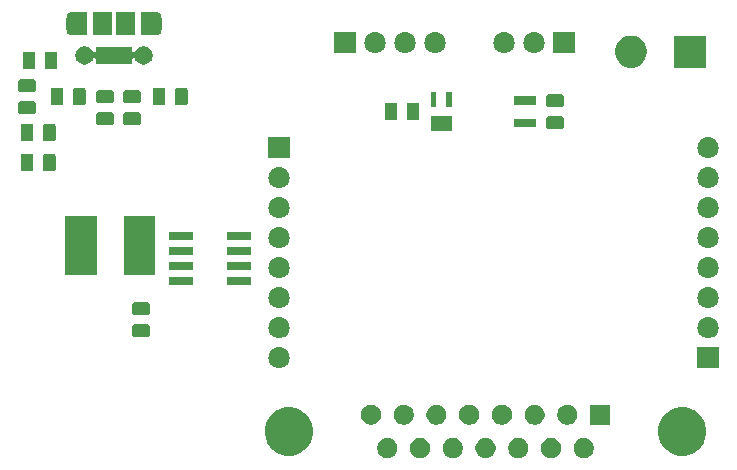
<source format=gbr>
G04 #@! TF.GenerationSoftware,KiCad,Pcbnew,(5.1.4)-1*
G04 #@! TF.CreationDate,2019-10-18T17:06:04-04:00*
G04 #@! TF.ProjectId,mtd415te,6d746434-3135-4746-952e-6b696361645f,rev?*
G04 #@! TF.SameCoordinates,Original*
G04 #@! TF.FileFunction,Soldermask,Top*
G04 #@! TF.FilePolarity,Negative*
%FSLAX46Y46*%
G04 Gerber Fmt 4.6, Leading zero omitted, Abs format (unit mm)*
G04 Created by KiCad (PCBNEW (5.1.4)-1) date 2019-10-18 17:06:04*
%MOMM*%
%LPD*%
G04 APERTURE LIST*
%ADD10C,0.100000*%
G04 APERTURE END LIST*
D10*
G36*
X147961228Y-79491703D02*
G01*
X148116100Y-79555853D01*
X148255481Y-79648985D01*
X148374015Y-79767519D01*
X148467147Y-79906900D01*
X148531297Y-80061772D01*
X148564000Y-80226184D01*
X148564000Y-80393816D01*
X148531297Y-80558228D01*
X148467147Y-80713100D01*
X148374015Y-80852481D01*
X148255481Y-80971015D01*
X148116100Y-81064147D01*
X147961228Y-81128297D01*
X147796816Y-81161000D01*
X147629184Y-81161000D01*
X147464772Y-81128297D01*
X147309900Y-81064147D01*
X147170519Y-80971015D01*
X147051985Y-80852481D01*
X146958853Y-80713100D01*
X146894703Y-80558228D01*
X146862000Y-80393816D01*
X146862000Y-80226184D01*
X146894703Y-80061772D01*
X146958853Y-79906900D01*
X147051985Y-79767519D01*
X147170519Y-79648985D01*
X147309900Y-79555853D01*
X147464772Y-79491703D01*
X147629184Y-79459000D01*
X147796816Y-79459000D01*
X147961228Y-79491703D01*
X147961228Y-79491703D01*
G37*
G36*
X145191228Y-79491703D02*
G01*
X145346100Y-79555853D01*
X145485481Y-79648985D01*
X145604015Y-79767519D01*
X145697147Y-79906900D01*
X145761297Y-80061772D01*
X145794000Y-80226184D01*
X145794000Y-80393816D01*
X145761297Y-80558228D01*
X145697147Y-80713100D01*
X145604015Y-80852481D01*
X145485481Y-80971015D01*
X145346100Y-81064147D01*
X145191228Y-81128297D01*
X145026816Y-81161000D01*
X144859184Y-81161000D01*
X144694772Y-81128297D01*
X144539900Y-81064147D01*
X144400519Y-80971015D01*
X144281985Y-80852481D01*
X144188853Y-80713100D01*
X144124703Y-80558228D01*
X144092000Y-80393816D01*
X144092000Y-80226184D01*
X144124703Y-80061772D01*
X144188853Y-79906900D01*
X144281985Y-79767519D01*
X144400519Y-79648985D01*
X144539900Y-79555853D01*
X144694772Y-79491703D01*
X144859184Y-79459000D01*
X145026816Y-79459000D01*
X145191228Y-79491703D01*
X145191228Y-79491703D01*
G37*
G36*
X131341228Y-79491703D02*
G01*
X131496100Y-79555853D01*
X131635481Y-79648985D01*
X131754015Y-79767519D01*
X131847147Y-79906900D01*
X131911297Y-80061772D01*
X131944000Y-80226184D01*
X131944000Y-80393816D01*
X131911297Y-80558228D01*
X131847147Y-80713100D01*
X131754015Y-80852481D01*
X131635481Y-80971015D01*
X131496100Y-81064147D01*
X131341228Y-81128297D01*
X131176816Y-81161000D01*
X131009184Y-81161000D01*
X130844772Y-81128297D01*
X130689900Y-81064147D01*
X130550519Y-80971015D01*
X130431985Y-80852481D01*
X130338853Y-80713100D01*
X130274703Y-80558228D01*
X130242000Y-80393816D01*
X130242000Y-80226184D01*
X130274703Y-80061772D01*
X130338853Y-79906900D01*
X130431985Y-79767519D01*
X130550519Y-79648985D01*
X130689900Y-79555853D01*
X130844772Y-79491703D01*
X131009184Y-79459000D01*
X131176816Y-79459000D01*
X131341228Y-79491703D01*
X131341228Y-79491703D01*
G37*
G36*
X134111228Y-79491703D02*
G01*
X134266100Y-79555853D01*
X134405481Y-79648985D01*
X134524015Y-79767519D01*
X134617147Y-79906900D01*
X134681297Y-80061772D01*
X134714000Y-80226184D01*
X134714000Y-80393816D01*
X134681297Y-80558228D01*
X134617147Y-80713100D01*
X134524015Y-80852481D01*
X134405481Y-80971015D01*
X134266100Y-81064147D01*
X134111228Y-81128297D01*
X133946816Y-81161000D01*
X133779184Y-81161000D01*
X133614772Y-81128297D01*
X133459900Y-81064147D01*
X133320519Y-80971015D01*
X133201985Y-80852481D01*
X133108853Y-80713100D01*
X133044703Y-80558228D01*
X133012000Y-80393816D01*
X133012000Y-80226184D01*
X133044703Y-80061772D01*
X133108853Y-79906900D01*
X133201985Y-79767519D01*
X133320519Y-79648985D01*
X133459900Y-79555853D01*
X133614772Y-79491703D01*
X133779184Y-79459000D01*
X133946816Y-79459000D01*
X134111228Y-79491703D01*
X134111228Y-79491703D01*
G37*
G36*
X139651228Y-79491703D02*
G01*
X139806100Y-79555853D01*
X139945481Y-79648985D01*
X140064015Y-79767519D01*
X140157147Y-79906900D01*
X140221297Y-80061772D01*
X140254000Y-80226184D01*
X140254000Y-80393816D01*
X140221297Y-80558228D01*
X140157147Y-80713100D01*
X140064015Y-80852481D01*
X139945481Y-80971015D01*
X139806100Y-81064147D01*
X139651228Y-81128297D01*
X139486816Y-81161000D01*
X139319184Y-81161000D01*
X139154772Y-81128297D01*
X138999900Y-81064147D01*
X138860519Y-80971015D01*
X138741985Y-80852481D01*
X138648853Y-80713100D01*
X138584703Y-80558228D01*
X138552000Y-80393816D01*
X138552000Y-80226184D01*
X138584703Y-80061772D01*
X138648853Y-79906900D01*
X138741985Y-79767519D01*
X138860519Y-79648985D01*
X138999900Y-79555853D01*
X139154772Y-79491703D01*
X139319184Y-79459000D01*
X139486816Y-79459000D01*
X139651228Y-79491703D01*
X139651228Y-79491703D01*
G37*
G36*
X136881228Y-79491703D02*
G01*
X137036100Y-79555853D01*
X137175481Y-79648985D01*
X137294015Y-79767519D01*
X137387147Y-79906900D01*
X137451297Y-80061772D01*
X137484000Y-80226184D01*
X137484000Y-80393816D01*
X137451297Y-80558228D01*
X137387147Y-80713100D01*
X137294015Y-80852481D01*
X137175481Y-80971015D01*
X137036100Y-81064147D01*
X136881228Y-81128297D01*
X136716816Y-81161000D01*
X136549184Y-81161000D01*
X136384772Y-81128297D01*
X136229900Y-81064147D01*
X136090519Y-80971015D01*
X135971985Y-80852481D01*
X135878853Y-80713100D01*
X135814703Y-80558228D01*
X135782000Y-80393816D01*
X135782000Y-80226184D01*
X135814703Y-80061772D01*
X135878853Y-79906900D01*
X135971985Y-79767519D01*
X136090519Y-79648985D01*
X136229900Y-79555853D01*
X136384772Y-79491703D01*
X136549184Y-79459000D01*
X136716816Y-79459000D01*
X136881228Y-79491703D01*
X136881228Y-79491703D01*
G37*
G36*
X142421228Y-79491703D02*
G01*
X142576100Y-79555853D01*
X142715481Y-79648985D01*
X142834015Y-79767519D01*
X142927147Y-79906900D01*
X142991297Y-80061772D01*
X143024000Y-80226184D01*
X143024000Y-80393816D01*
X142991297Y-80558228D01*
X142927147Y-80713100D01*
X142834015Y-80852481D01*
X142715481Y-80971015D01*
X142576100Y-81064147D01*
X142421228Y-81128297D01*
X142256816Y-81161000D01*
X142089184Y-81161000D01*
X141924772Y-81128297D01*
X141769900Y-81064147D01*
X141630519Y-80971015D01*
X141511985Y-80852481D01*
X141418853Y-80713100D01*
X141354703Y-80558228D01*
X141322000Y-80393816D01*
X141322000Y-80226184D01*
X141354703Y-80061772D01*
X141418853Y-79906900D01*
X141511985Y-79767519D01*
X141630519Y-79648985D01*
X141769900Y-79555853D01*
X141924772Y-79491703D01*
X142089184Y-79459000D01*
X142256816Y-79459000D01*
X142421228Y-79491703D01*
X142421228Y-79491703D01*
G37*
G36*
X123351254Y-76917818D02*
G01*
X123711170Y-77066900D01*
X123724513Y-77072427D01*
X124060436Y-77296884D01*
X124346116Y-77582564D01*
X124436765Y-77718229D01*
X124570574Y-77918489D01*
X124725182Y-78291746D01*
X124804000Y-78687993D01*
X124804000Y-79092007D01*
X124725182Y-79488254D01*
X124609506Y-79767520D01*
X124570573Y-79861513D01*
X124346116Y-80197436D01*
X124060436Y-80483116D01*
X123724513Y-80707573D01*
X123724512Y-80707574D01*
X123724511Y-80707574D01*
X123351254Y-80862182D01*
X122955007Y-80941000D01*
X122550993Y-80941000D01*
X122154746Y-80862182D01*
X121781489Y-80707574D01*
X121781488Y-80707574D01*
X121781487Y-80707573D01*
X121445564Y-80483116D01*
X121159884Y-80197436D01*
X120935427Y-79861513D01*
X120896494Y-79767520D01*
X120780818Y-79488254D01*
X120702000Y-79092007D01*
X120702000Y-78687993D01*
X120780818Y-78291746D01*
X120935426Y-77918489D01*
X121069236Y-77718229D01*
X121159884Y-77582564D01*
X121445564Y-77296884D01*
X121781487Y-77072427D01*
X121794830Y-77066900D01*
X122154746Y-76917818D01*
X122550993Y-76839000D01*
X122955007Y-76839000D01*
X123351254Y-76917818D01*
X123351254Y-76917818D01*
G37*
G36*
X156651254Y-76917818D02*
G01*
X157011170Y-77066900D01*
X157024513Y-77072427D01*
X157360436Y-77296884D01*
X157646116Y-77582564D01*
X157736765Y-77718229D01*
X157870574Y-77918489D01*
X158025182Y-78291746D01*
X158104000Y-78687993D01*
X158104000Y-79092007D01*
X158025182Y-79488254D01*
X157909506Y-79767520D01*
X157870573Y-79861513D01*
X157646116Y-80197436D01*
X157360436Y-80483116D01*
X157024513Y-80707573D01*
X157024512Y-80707574D01*
X157024511Y-80707574D01*
X156651254Y-80862182D01*
X156255007Y-80941000D01*
X155850993Y-80941000D01*
X155454746Y-80862182D01*
X155081489Y-80707574D01*
X155081488Y-80707574D01*
X155081487Y-80707573D01*
X154745564Y-80483116D01*
X154459884Y-80197436D01*
X154235427Y-79861513D01*
X154196494Y-79767520D01*
X154080818Y-79488254D01*
X154002000Y-79092007D01*
X154002000Y-78687993D01*
X154080818Y-78291746D01*
X154235426Y-77918489D01*
X154369236Y-77718229D01*
X154459884Y-77582564D01*
X154745564Y-77296884D01*
X155081487Y-77072427D01*
X155094830Y-77066900D01*
X155454746Y-76917818D01*
X155850993Y-76839000D01*
X156255007Y-76839000D01*
X156651254Y-76917818D01*
X156651254Y-76917818D01*
G37*
G36*
X146576228Y-76651703D02*
G01*
X146731100Y-76715853D01*
X146870481Y-76808985D01*
X146989015Y-76927519D01*
X147082147Y-77066900D01*
X147146297Y-77221772D01*
X147179000Y-77386184D01*
X147179000Y-77553816D01*
X147146297Y-77718228D01*
X147082147Y-77873100D01*
X146989015Y-78012481D01*
X146870481Y-78131015D01*
X146731100Y-78224147D01*
X146576228Y-78288297D01*
X146411816Y-78321000D01*
X146244184Y-78321000D01*
X146079772Y-78288297D01*
X145924900Y-78224147D01*
X145785519Y-78131015D01*
X145666985Y-78012481D01*
X145573853Y-77873100D01*
X145509703Y-77718228D01*
X145477000Y-77553816D01*
X145477000Y-77386184D01*
X145509703Y-77221772D01*
X145573853Y-77066900D01*
X145666985Y-76927519D01*
X145785519Y-76808985D01*
X145924900Y-76715853D01*
X146079772Y-76651703D01*
X146244184Y-76619000D01*
X146411816Y-76619000D01*
X146576228Y-76651703D01*
X146576228Y-76651703D01*
G37*
G36*
X149949000Y-78321000D02*
G01*
X148247000Y-78321000D01*
X148247000Y-76619000D01*
X149949000Y-76619000D01*
X149949000Y-78321000D01*
X149949000Y-78321000D01*
G37*
G36*
X143806228Y-76651703D02*
G01*
X143961100Y-76715853D01*
X144100481Y-76808985D01*
X144219015Y-76927519D01*
X144312147Y-77066900D01*
X144376297Y-77221772D01*
X144409000Y-77386184D01*
X144409000Y-77553816D01*
X144376297Y-77718228D01*
X144312147Y-77873100D01*
X144219015Y-78012481D01*
X144100481Y-78131015D01*
X143961100Y-78224147D01*
X143806228Y-78288297D01*
X143641816Y-78321000D01*
X143474184Y-78321000D01*
X143309772Y-78288297D01*
X143154900Y-78224147D01*
X143015519Y-78131015D01*
X142896985Y-78012481D01*
X142803853Y-77873100D01*
X142739703Y-77718228D01*
X142707000Y-77553816D01*
X142707000Y-77386184D01*
X142739703Y-77221772D01*
X142803853Y-77066900D01*
X142896985Y-76927519D01*
X143015519Y-76808985D01*
X143154900Y-76715853D01*
X143309772Y-76651703D01*
X143474184Y-76619000D01*
X143641816Y-76619000D01*
X143806228Y-76651703D01*
X143806228Y-76651703D01*
G37*
G36*
X141036228Y-76651703D02*
G01*
X141191100Y-76715853D01*
X141330481Y-76808985D01*
X141449015Y-76927519D01*
X141542147Y-77066900D01*
X141606297Y-77221772D01*
X141639000Y-77386184D01*
X141639000Y-77553816D01*
X141606297Y-77718228D01*
X141542147Y-77873100D01*
X141449015Y-78012481D01*
X141330481Y-78131015D01*
X141191100Y-78224147D01*
X141036228Y-78288297D01*
X140871816Y-78321000D01*
X140704184Y-78321000D01*
X140539772Y-78288297D01*
X140384900Y-78224147D01*
X140245519Y-78131015D01*
X140126985Y-78012481D01*
X140033853Y-77873100D01*
X139969703Y-77718228D01*
X139937000Y-77553816D01*
X139937000Y-77386184D01*
X139969703Y-77221772D01*
X140033853Y-77066900D01*
X140126985Y-76927519D01*
X140245519Y-76808985D01*
X140384900Y-76715853D01*
X140539772Y-76651703D01*
X140704184Y-76619000D01*
X140871816Y-76619000D01*
X141036228Y-76651703D01*
X141036228Y-76651703D01*
G37*
G36*
X138266228Y-76651703D02*
G01*
X138421100Y-76715853D01*
X138560481Y-76808985D01*
X138679015Y-76927519D01*
X138772147Y-77066900D01*
X138836297Y-77221772D01*
X138869000Y-77386184D01*
X138869000Y-77553816D01*
X138836297Y-77718228D01*
X138772147Y-77873100D01*
X138679015Y-78012481D01*
X138560481Y-78131015D01*
X138421100Y-78224147D01*
X138266228Y-78288297D01*
X138101816Y-78321000D01*
X137934184Y-78321000D01*
X137769772Y-78288297D01*
X137614900Y-78224147D01*
X137475519Y-78131015D01*
X137356985Y-78012481D01*
X137263853Y-77873100D01*
X137199703Y-77718228D01*
X137167000Y-77553816D01*
X137167000Y-77386184D01*
X137199703Y-77221772D01*
X137263853Y-77066900D01*
X137356985Y-76927519D01*
X137475519Y-76808985D01*
X137614900Y-76715853D01*
X137769772Y-76651703D01*
X137934184Y-76619000D01*
X138101816Y-76619000D01*
X138266228Y-76651703D01*
X138266228Y-76651703D01*
G37*
G36*
X135496228Y-76651703D02*
G01*
X135651100Y-76715853D01*
X135790481Y-76808985D01*
X135909015Y-76927519D01*
X136002147Y-77066900D01*
X136066297Y-77221772D01*
X136099000Y-77386184D01*
X136099000Y-77553816D01*
X136066297Y-77718228D01*
X136002147Y-77873100D01*
X135909015Y-78012481D01*
X135790481Y-78131015D01*
X135651100Y-78224147D01*
X135496228Y-78288297D01*
X135331816Y-78321000D01*
X135164184Y-78321000D01*
X134999772Y-78288297D01*
X134844900Y-78224147D01*
X134705519Y-78131015D01*
X134586985Y-78012481D01*
X134493853Y-77873100D01*
X134429703Y-77718228D01*
X134397000Y-77553816D01*
X134397000Y-77386184D01*
X134429703Y-77221772D01*
X134493853Y-77066900D01*
X134586985Y-76927519D01*
X134705519Y-76808985D01*
X134844900Y-76715853D01*
X134999772Y-76651703D01*
X135164184Y-76619000D01*
X135331816Y-76619000D01*
X135496228Y-76651703D01*
X135496228Y-76651703D01*
G37*
G36*
X132726228Y-76651703D02*
G01*
X132881100Y-76715853D01*
X133020481Y-76808985D01*
X133139015Y-76927519D01*
X133232147Y-77066900D01*
X133296297Y-77221772D01*
X133329000Y-77386184D01*
X133329000Y-77553816D01*
X133296297Y-77718228D01*
X133232147Y-77873100D01*
X133139015Y-78012481D01*
X133020481Y-78131015D01*
X132881100Y-78224147D01*
X132726228Y-78288297D01*
X132561816Y-78321000D01*
X132394184Y-78321000D01*
X132229772Y-78288297D01*
X132074900Y-78224147D01*
X131935519Y-78131015D01*
X131816985Y-78012481D01*
X131723853Y-77873100D01*
X131659703Y-77718228D01*
X131627000Y-77553816D01*
X131627000Y-77386184D01*
X131659703Y-77221772D01*
X131723853Y-77066900D01*
X131816985Y-76927519D01*
X131935519Y-76808985D01*
X132074900Y-76715853D01*
X132229772Y-76651703D01*
X132394184Y-76619000D01*
X132561816Y-76619000D01*
X132726228Y-76651703D01*
X132726228Y-76651703D01*
G37*
G36*
X129956228Y-76651703D02*
G01*
X130111100Y-76715853D01*
X130250481Y-76808985D01*
X130369015Y-76927519D01*
X130462147Y-77066900D01*
X130526297Y-77221772D01*
X130559000Y-77386184D01*
X130559000Y-77553816D01*
X130526297Y-77718228D01*
X130462147Y-77873100D01*
X130369015Y-78012481D01*
X130250481Y-78131015D01*
X130111100Y-78224147D01*
X129956228Y-78288297D01*
X129791816Y-78321000D01*
X129624184Y-78321000D01*
X129459772Y-78288297D01*
X129304900Y-78224147D01*
X129165519Y-78131015D01*
X129046985Y-78012481D01*
X128953853Y-77873100D01*
X128889703Y-77718228D01*
X128857000Y-77553816D01*
X128857000Y-77386184D01*
X128889703Y-77221772D01*
X128953853Y-77066900D01*
X129046985Y-76927519D01*
X129165519Y-76808985D01*
X129304900Y-76715853D01*
X129459772Y-76651703D01*
X129624184Y-76619000D01*
X129791816Y-76619000D01*
X129956228Y-76651703D01*
X129956228Y-76651703D01*
G37*
G36*
X122030442Y-71749518D02*
G01*
X122096627Y-71756037D01*
X122266466Y-71807557D01*
X122422991Y-71891222D01*
X122458729Y-71920552D01*
X122560186Y-72003814D01*
X122643448Y-72105271D01*
X122672778Y-72141009D01*
X122756443Y-72297534D01*
X122807963Y-72467373D01*
X122825359Y-72644000D01*
X122807963Y-72820627D01*
X122756443Y-72990466D01*
X122672778Y-73146991D01*
X122643448Y-73182729D01*
X122560186Y-73284186D01*
X122458729Y-73367448D01*
X122422991Y-73396778D01*
X122266466Y-73480443D01*
X122096627Y-73531963D01*
X122030442Y-73538482D01*
X121964260Y-73545000D01*
X121875740Y-73545000D01*
X121809558Y-73538482D01*
X121743373Y-73531963D01*
X121573534Y-73480443D01*
X121417009Y-73396778D01*
X121381271Y-73367448D01*
X121279814Y-73284186D01*
X121196552Y-73182729D01*
X121167222Y-73146991D01*
X121083557Y-72990466D01*
X121032037Y-72820627D01*
X121014641Y-72644000D01*
X121032037Y-72467373D01*
X121083557Y-72297534D01*
X121167222Y-72141009D01*
X121196552Y-72105271D01*
X121279814Y-72003814D01*
X121381271Y-71920552D01*
X121417009Y-71891222D01*
X121573534Y-71807557D01*
X121743373Y-71756037D01*
X121809558Y-71749518D01*
X121875740Y-71743000D01*
X121964260Y-71743000D01*
X122030442Y-71749518D01*
X122030442Y-71749518D01*
G37*
G36*
X159143000Y-73545000D02*
G01*
X157341000Y-73545000D01*
X157341000Y-71743000D01*
X159143000Y-71743000D01*
X159143000Y-73545000D01*
X159143000Y-73545000D01*
G37*
G36*
X158352443Y-69209519D02*
G01*
X158418627Y-69216037D01*
X158588466Y-69267557D01*
X158744991Y-69351222D01*
X158780729Y-69380552D01*
X158882186Y-69463814D01*
X158965448Y-69565271D01*
X158994778Y-69601009D01*
X159078443Y-69757534D01*
X159129963Y-69927373D01*
X159147359Y-70104000D01*
X159129963Y-70280627D01*
X159078443Y-70450466D01*
X158994778Y-70606991D01*
X158965448Y-70642729D01*
X158882186Y-70744186D01*
X158792682Y-70817639D01*
X158744991Y-70856778D01*
X158588466Y-70940443D01*
X158418627Y-70991963D01*
X158352443Y-70998481D01*
X158286260Y-71005000D01*
X158197740Y-71005000D01*
X158131557Y-70998481D01*
X158065373Y-70991963D01*
X157895534Y-70940443D01*
X157739009Y-70856778D01*
X157691318Y-70817639D01*
X157601814Y-70744186D01*
X157518552Y-70642729D01*
X157489222Y-70606991D01*
X157405557Y-70450466D01*
X157354037Y-70280627D01*
X157336641Y-70104000D01*
X157354037Y-69927373D01*
X157405557Y-69757534D01*
X157489222Y-69601009D01*
X157518552Y-69565271D01*
X157601814Y-69463814D01*
X157703271Y-69380552D01*
X157739009Y-69351222D01*
X157895534Y-69267557D01*
X158065373Y-69216037D01*
X158131557Y-69209519D01*
X158197740Y-69203000D01*
X158286260Y-69203000D01*
X158352443Y-69209519D01*
X158352443Y-69209519D01*
G37*
G36*
X122030443Y-69209519D02*
G01*
X122096627Y-69216037D01*
X122266466Y-69267557D01*
X122422991Y-69351222D01*
X122458729Y-69380552D01*
X122560186Y-69463814D01*
X122643448Y-69565271D01*
X122672778Y-69601009D01*
X122756443Y-69757534D01*
X122807963Y-69927373D01*
X122825359Y-70104000D01*
X122807963Y-70280627D01*
X122756443Y-70450466D01*
X122672778Y-70606991D01*
X122643448Y-70642729D01*
X122560186Y-70744186D01*
X122470682Y-70817639D01*
X122422991Y-70856778D01*
X122266466Y-70940443D01*
X122096627Y-70991963D01*
X122030443Y-70998481D01*
X121964260Y-71005000D01*
X121875740Y-71005000D01*
X121809557Y-70998481D01*
X121743373Y-70991963D01*
X121573534Y-70940443D01*
X121417009Y-70856778D01*
X121369318Y-70817639D01*
X121279814Y-70744186D01*
X121196552Y-70642729D01*
X121167222Y-70606991D01*
X121083557Y-70450466D01*
X121032037Y-70280627D01*
X121014641Y-70104000D01*
X121032037Y-69927373D01*
X121083557Y-69757534D01*
X121167222Y-69601009D01*
X121196552Y-69565271D01*
X121279814Y-69463814D01*
X121381271Y-69380552D01*
X121417009Y-69351222D01*
X121573534Y-69267557D01*
X121743373Y-69216037D01*
X121809557Y-69209519D01*
X121875740Y-69203000D01*
X121964260Y-69203000D01*
X122030443Y-69209519D01*
X122030443Y-69209519D01*
G37*
G36*
X110820468Y-69824065D02*
G01*
X110859138Y-69835796D01*
X110894777Y-69854846D01*
X110926017Y-69880483D01*
X110951654Y-69911723D01*
X110970704Y-69947362D01*
X110982435Y-69986032D01*
X110987000Y-70032388D01*
X110987000Y-70683612D01*
X110982435Y-70729968D01*
X110970704Y-70768638D01*
X110951654Y-70804277D01*
X110926017Y-70835517D01*
X110894777Y-70861154D01*
X110859138Y-70880204D01*
X110820468Y-70891935D01*
X110774112Y-70896500D01*
X109697888Y-70896500D01*
X109651532Y-70891935D01*
X109612862Y-70880204D01*
X109577223Y-70861154D01*
X109545983Y-70835517D01*
X109520346Y-70804277D01*
X109501296Y-70768638D01*
X109489565Y-70729968D01*
X109485000Y-70683612D01*
X109485000Y-70032388D01*
X109489565Y-69986032D01*
X109501296Y-69947362D01*
X109520346Y-69911723D01*
X109545983Y-69880483D01*
X109577223Y-69854846D01*
X109612862Y-69835796D01*
X109651532Y-69824065D01*
X109697888Y-69819500D01*
X110774112Y-69819500D01*
X110820468Y-69824065D01*
X110820468Y-69824065D01*
G37*
G36*
X110820468Y-67949065D02*
G01*
X110859138Y-67960796D01*
X110894777Y-67979846D01*
X110926017Y-68005483D01*
X110951654Y-68036723D01*
X110970704Y-68072362D01*
X110982435Y-68111032D01*
X110987000Y-68157388D01*
X110987000Y-68808612D01*
X110982435Y-68854968D01*
X110970704Y-68893638D01*
X110951654Y-68929277D01*
X110926017Y-68960517D01*
X110894777Y-68986154D01*
X110859138Y-69005204D01*
X110820468Y-69016935D01*
X110774112Y-69021500D01*
X109697888Y-69021500D01*
X109651532Y-69016935D01*
X109612862Y-69005204D01*
X109577223Y-68986154D01*
X109545983Y-68960517D01*
X109520346Y-68929277D01*
X109501296Y-68893638D01*
X109489565Y-68854968D01*
X109485000Y-68808612D01*
X109485000Y-68157388D01*
X109489565Y-68111032D01*
X109501296Y-68072362D01*
X109520346Y-68036723D01*
X109545983Y-68005483D01*
X109577223Y-67979846D01*
X109612862Y-67960796D01*
X109651532Y-67949065D01*
X109697888Y-67944500D01*
X110774112Y-67944500D01*
X110820468Y-67949065D01*
X110820468Y-67949065D01*
G37*
G36*
X158352443Y-66669519D02*
G01*
X158418627Y-66676037D01*
X158588466Y-66727557D01*
X158744991Y-66811222D01*
X158780729Y-66840552D01*
X158882186Y-66923814D01*
X158965448Y-67025271D01*
X158994778Y-67061009D01*
X159078443Y-67217534D01*
X159129963Y-67387373D01*
X159147359Y-67564000D01*
X159129963Y-67740627D01*
X159078443Y-67910466D01*
X158994778Y-68066991D01*
X158990370Y-68072362D01*
X158882186Y-68204186D01*
X158780729Y-68287448D01*
X158744991Y-68316778D01*
X158588466Y-68400443D01*
X158418627Y-68451963D01*
X158352442Y-68458482D01*
X158286260Y-68465000D01*
X158197740Y-68465000D01*
X158131558Y-68458482D01*
X158065373Y-68451963D01*
X157895534Y-68400443D01*
X157739009Y-68316778D01*
X157703271Y-68287448D01*
X157601814Y-68204186D01*
X157493630Y-68072362D01*
X157489222Y-68066991D01*
X157405557Y-67910466D01*
X157354037Y-67740627D01*
X157336641Y-67564000D01*
X157354037Y-67387373D01*
X157405557Y-67217534D01*
X157489222Y-67061009D01*
X157518552Y-67025271D01*
X157601814Y-66923814D01*
X157703271Y-66840552D01*
X157739009Y-66811222D01*
X157895534Y-66727557D01*
X158065373Y-66676037D01*
X158131557Y-66669519D01*
X158197740Y-66663000D01*
X158286260Y-66663000D01*
X158352443Y-66669519D01*
X158352443Y-66669519D01*
G37*
G36*
X122030443Y-66669519D02*
G01*
X122096627Y-66676037D01*
X122266466Y-66727557D01*
X122422991Y-66811222D01*
X122458729Y-66840552D01*
X122560186Y-66923814D01*
X122643448Y-67025271D01*
X122672778Y-67061009D01*
X122756443Y-67217534D01*
X122807963Y-67387373D01*
X122825359Y-67564000D01*
X122807963Y-67740627D01*
X122756443Y-67910466D01*
X122672778Y-68066991D01*
X122668370Y-68072362D01*
X122560186Y-68204186D01*
X122458729Y-68287448D01*
X122422991Y-68316778D01*
X122266466Y-68400443D01*
X122096627Y-68451963D01*
X122030442Y-68458482D01*
X121964260Y-68465000D01*
X121875740Y-68465000D01*
X121809558Y-68458482D01*
X121743373Y-68451963D01*
X121573534Y-68400443D01*
X121417009Y-68316778D01*
X121381271Y-68287448D01*
X121279814Y-68204186D01*
X121171630Y-68072362D01*
X121167222Y-68066991D01*
X121083557Y-67910466D01*
X121032037Y-67740627D01*
X121014641Y-67564000D01*
X121032037Y-67387373D01*
X121083557Y-67217534D01*
X121167222Y-67061009D01*
X121196552Y-67025271D01*
X121279814Y-66923814D01*
X121381271Y-66840552D01*
X121417009Y-66811222D01*
X121573534Y-66727557D01*
X121743373Y-66676037D01*
X121809557Y-66669519D01*
X121875740Y-66663000D01*
X121964260Y-66663000D01*
X122030443Y-66669519D01*
X122030443Y-66669519D01*
G37*
G36*
X119583400Y-66497400D02*
G01*
X117500200Y-66497400D01*
X117500200Y-65836600D01*
X119583400Y-65836600D01*
X119583400Y-66497400D01*
X119583400Y-66497400D01*
G37*
G36*
X114655800Y-66497400D02*
G01*
X112572600Y-66497400D01*
X112572600Y-65836600D01*
X114655800Y-65836600D01*
X114655800Y-66497400D01*
X114655800Y-66497400D01*
G37*
G36*
X122030443Y-64129519D02*
G01*
X122096627Y-64136037D01*
X122266466Y-64187557D01*
X122422991Y-64271222D01*
X122458729Y-64300552D01*
X122560186Y-64383814D01*
X122643448Y-64485271D01*
X122672778Y-64521009D01*
X122756443Y-64677534D01*
X122807963Y-64847373D01*
X122825359Y-65024000D01*
X122807963Y-65200627D01*
X122756443Y-65370466D01*
X122672778Y-65526991D01*
X122643448Y-65562729D01*
X122560186Y-65664186D01*
X122458729Y-65747448D01*
X122422991Y-65776778D01*
X122266466Y-65860443D01*
X122096627Y-65911963D01*
X122030443Y-65918481D01*
X121964260Y-65925000D01*
X121875740Y-65925000D01*
X121809557Y-65918481D01*
X121743373Y-65911963D01*
X121573534Y-65860443D01*
X121417009Y-65776778D01*
X121381271Y-65747448D01*
X121279814Y-65664186D01*
X121196552Y-65562729D01*
X121167222Y-65526991D01*
X121083557Y-65370466D01*
X121032037Y-65200627D01*
X121014641Y-65024000D01*
X121032037Y-64847373D01*
X121083557Y-64677534D01*
X121167222Y-64521009D01*
X121196552Y-64485271D01*
X121279814Y-64383814D01*
X121381271Y-64300552D01*
X121417009Y-64271222D01*
X121573534Y-64187557D01*
X121743373Y-64136037D01*
X121809557Y-64129519D01*
X121875740Y-64123000D01*
X121964260Y-64123000D01*
X122030443Y-64129519D01*
X122030443Y-64129519D01*
G37*
G36*
X158352443Y-64129519D02*
G01*
X158418627Y-64136037D01*
X158588466Y-64187557D01*
X158744991Y-64271222D01*
X158780729Y-64300552D01*
X158882186Y-64383814D01*
X158965448Y-64485271D01*
X158994778Y-64521009D01*
X159078443Y-64677534D01*
X159129963Y-64847373D01*
X159147359Y-65024000D01*
X159129963Y-65200627D01*
X159078443Y-65370466D01*
X158994778Y-65526991D01*
X158965448Y-65562729D01*
X158882186Y-65664186D01*
X158780729Y-65747448D01*
X158744991Y-65776778D01*
X158588466Y-65860443D01*
X158418627Y-65911963D01*
X158352443Y-65918481D01*
X158286260Y-65925000D01*
X158197740Y-65925000D01*
X158131557Y-65918481D01*
X158065373Y-65911963D01*
X157895534Y-65860443D01*
X157739009Y-65776778D01*
X157703271Y-65747448D01*
X157601814Y-65664186D01*
X157518552Y-65562729D01*
X157489222Y-65526991D01*
X157405557Y-65370466D01*
X157354037Y-65200627D01*
X157336641Y-65024000D01*
X157354037Y-64847373D01*
X157405557Y-64677534D01*
X157489222Y-64521009D01*
X157518552Y-64485271D01*
X157601814Y-64383814D01*
X157703271Y-64300552D01*
X157739009Y-64271222D01*
X157895534Y-64187557D01*
X158065373Y-64136037D01*
X158131557Y-64129519D01*
X158197740Y-64123000D01*
X158286260Y-64123000D01*
X158352443Y-64129519D01*
X158352443Y-64129519D01*
G37*
G36*
X111404600Y-65684600D02*
G01*
X108762600Y-65684600D01*
X108762600Y-60680400D01*
X111404600Y-60680400D01*
X111404600Y-65684600D01*
X111404600Y-65684600D01*
G37*
G36*
X106477000Y-65684600D02*
G01*
X103835000Y-65684600D01*
X103835000Y-60680400D01*
X106477000Y-60680400D01*
X106477000Y-65684600D01*
X106477000Y-65684600D01*
G37*
G36*
X119583400Y-65227400D02*
G01*
X117500200Y-65227400D01*
X117500200Y-64566600D01*
X119583400Y-64566600D01*
X119583400Y-65227400D01*
X119583400Y-65227400D01*
G37*
G36*
X114655800Y-65227400D02*
G01*
X112572600Y-65227400D01*
X112572600Y-64566600D01*
X114655800Y-64566600D01*
X114655800Y-65227400D01*
X114655800Y-65227400D01*
G37*
G36*
X114655800Y-63957400D02*
G01*
X112572600Y-63957400D01*
X112572600Y-63296600D01*
X114655800Y-63296600D01*
X114655800Y-63957400D01*
X114655800Y-63957400D01*
G37*
G36*
X119583400Y-63957400D02*
G01*
X117500200Y-63957400D01*
X117500200Y-63296600D01*
X119583400Y-63296600D01*
X119583400Y-63957400D01*
X119583400Y-63957400D01*
G37*
G36*
X158352442Y-61589518D02*
G01*
X158418627Y-61596037D01*
X158588466Y-61647557D01*
X158744991Y-61731222D01*
X158780729Y-61760552D01*
X158882186Y-61843814D01*
X158965448Y-61945271D01*
X158994778Y-61981009D01*
X159078443Y-62137534D01*
X159129963Y-62307373D01*
X159147359Y-62484000D01*
X159129963Y-62660627D01*
X159078443Y-62830466D01*
X158994778Y-62986991D01*
X158965448Y-63022729D01*
X158882186Y-63124186D01*
X158780729Y-63207448D01*
X158744991Y-63236778D01*
X158588466Y-63320443D01*
X158418627Y-63371963D01*
X158352442Y-63378482D01*
X158286260Y-63385000D01*
X158197740Y-63385000D01*
X158131558Y-63378482D01*
X158065373Y-63371963D01*
X157895534Y-63320443D01*
X157739009Y-63236778D01*
X157703271Y-63207448D01*
X157601814Y-63124186D01*
X157518552Y-63022729D01*
X157489222Y-62986991D01*
X157405557Y-62830466D01*
X157354037Y-62660627D01*
X157336641Y-62484000D01*
X157354037Y-62307373D01*
X157405557Y-62137534D01*
X157489222Y-61981009D01*
X157518552Y-61945271D01*
X157601814Y-61843814D01*
X157703271Y-61760552D01*
X157739009Y-61731222D01*
X157895534Y-61647557D01*
X158065373Y-61596037D01*
X158131558Y-61589518D01*
X158197740Y-61583000D01*
X158286260Y-61583000D01*
X158352442Y-61589518D01*
X158352442Y-61589518D01*
G37*
G36*
X122030442Y-61589518D02*
G01*
X122096627Y-61596037D01*
X122266466Y-61647557D01*
X122422991Y-61731222D01*
X122458729Y-61760552D01*
X122560186Y-61843814D01*
X122643448Y-61945271D01*
X122672778Y-61981009D01*
X122756443Y-62137534D01*
X122807963Y-62307373D01*
X122825359Y-62484000D01*
X122807963Y-62660627D01*
X122756443Y-62830466D01*
X122672778Y-62986991D01*
X122643448Y-63022729D01*
X122560186Y-63124186D01*
X122458729Y-63207448D01*
X122422991Y-63236778D01*
X122266466Y-63320443D01*
X122096627Y-63371963D01*
X122030442Y-63378482D01*
X121964260Y-63385000D01*
X121875740Y-63385000D01*
X121809558Y-63378482D01*
X121743373Y-63371963D01*
X121573534Y-63320443D01*
X121417009Y-63236778D01*
X121381271Y-63207448D01*
X121279814Y-63124186D01*
X121196552Y-63022729D01*
X121167222Y-62986991D01*
X121083557Y-62830466D01*
X121032037Y-62660627D01*
X121014641Y-62484000D01*
X121032037Y-62307373D01*
X121083557Y-62137534D01*
X121167222Y-61981009D01*
X121196552Y-61945271D01*
X121279814Y-61843814D01*
X121381271Y-61760552D01*
X121417009Y-61731222D01*
X121573534Y-61647557D01*
X121743373Y-61596037D01*
X121809558Y-61589518D01*
X121875740Y-61583000D01*
X121964260Y-61583000D01*
X122030442Y-61589518D01*
X122030442Y-61589518D01*
G37*
G36*
X114655800Y-62687400D02*
G01*
X112572600Y-62687400D01*
X112572600Y-62026600D01*
X114655800Y-62026600D01*
X114655800Y-62687400D01*
X114655800Y-62687400D01*
G37*
G36*
X119583400Y-62687400D02*
G01*
X117500200Y-62687400D01*
X117500200Y-62026600D01*
X119583400Y-62026600D01*
X119583400Y-62687400D01*
X119583400Y-62687400D01*
G37*
G36*
X158352443Y-59049519D02*
G01*
X158418627Y-59056037D01*
X158588466Y-59107557D01*
X158744991Y-59191222D01*
X158780729Y-59220552D01*
X158882186Y-59303814D01*
X158965448Y-59405271D01*
X158994778Y-59441009D01*
X159078443Y-59597534D01*
X159129963Y-59767373D01*
X159147359Y-59944000D01*
X159129963Y-60120627D01*
X159078443Y-60290466D01*
X158994778Y-60446991D01*
X158965448Y-60482729D01*
X158882186Y-60584186D01*
X158780729Y-60667448D01*
X158744991Y-60696778D01*
X158588466Y-60780443D01*
X158418627Y-60831963D01*
X158352443Y-60838481D01*
X158286260Y-60845000D01*
X158197740Y-60845000D01*
X158131557Y-60838481D01*
X158065373Y-60831963D01*
X157895534Y-60780443D01*
X157739009Y-60696778D01*
X157703271Y-60667448D01*
X157601814Y-60584186D01*
X157518552Y-60482729D01*
X157489222Y-60446991D01*
X157405557Y-60290466D01*
X157354037Y-60120627D01*
X157336641Y-59944000D01*
X157354037Y-59767373D01*
X157405557Y-59597534D01*
X157489222Y-59441009D01*
X157518552Y-59405271D01*
X157601814Y-59303814D01*
X157703271Y-59220552D01*
X157739009Y-59191222D01*
X157895534Y-59107557D01*
X158065373Y-59056037D01*
X158131557Y-59049519D01*
X158197740Y-59043000D01*
X158286260Y-59043000D01*
X158352443Y-59049519D01*
X158352443Y-59049519D01*
G37*
G36*
X122030443Y-59049519D02*
G01*
X122096627Y-59056037D01*
X122266466Y-59107557D01*
X122422991Y-59191222D01*
X122458729Y-59220552D01*
X122560186Y-59303814D01*
X122643448Y-59405271D01*
X122672778Y-59441009D01*
X122756443Y-59597534D01*
X122807963Y-59767373D01*
X122825359Y-59944000D01*
X122807963Y-60120627D01*
X122756443Y-60290466D01*
X122672778Y-60446991D01*
X122643448Y-60482729D01*
X122560186Y-60584186D01*
X122458729Y-60667448D01*
X122422991Y-60696778D01*
X122266466Y-60780443D01*
X122096627Y-60831963D01*
X122030443Y-60838481D01*
X121964260Y-60845000D01*
X121875740Y-60845000D01*
X121809557Y-60838481D01*
X121743373Y-60831963D01*
X121573534Y-60780443D01*
X121417009Y-60696778D01*
X121381271Y-60667448D01*
X121279814Y-60584186D01*
X121196552Y-60482729D01*
X121167222Y-60446991D01*
X121083557Y-60290466D01*
X121032037Y-60120627D01*
X121014641Y-59944000D01*
X121032037Y-59767373D01*
X121083557Y-59597534D01*
X121167222Y-59441009D01*
X121196552Y-59405271D01*
X121279814Y-59303814D01*
X121381271Y-59220552D01*
X121417009Y-59191222D01*
X121573534Y-59107557D01*
X121743373Y-59056037D01*
X121809557Y-59049519D01*
X121875740Y-59043000D01*
X121964260Y-59043000D01*
X122030443Y-59049519D01*
X122030443Y-59049519D01*
G37*
G36*
X122030442Y-56509518D02*
G01*
X122096627Y-56516037D01*
X122266466Y-56567557D01*
X122422991Y-56651222D01*
X122448445Y-56672112D01*
X122560186Y-56763814D01*
X122630632Y-56849654D01*
X122672778Y-56901009D01*
X122756443Y-57057534D01*
X122807963Y-57227373D01*
X122825359Y-57404000D01*
X122807963Y-57580627D01*
X122756443Y-57750466D01*
X122672778Y-57906991D01*
X122643448Y-57942729D01*
X122560186Y-58044186D01*
X122458729Y-58127448D01*
X122422991Y-58156778D01*
X122266466Y-58240443D01*
X122096627Y-58291963D01*
X122030443Y-58298481D01*
X121964260Y-58305000D01*
X121875740Y-58305000D01*
X121809557Y-58298481D01*
X121743373Y-58291963D01*
X121573534Y-58240443D01*
X121417009Y-58156778D01*
X121381271Y-58127448D01*
X121279814Y-58044186D01*
X121196552Y-57942729D01*
X121167222Y-57906991D01*
X121083557Y-57750466D01*
X121032037Y-57580627D01*
X121014641Y-57404000D01*
X121032037Y-57227373D01*
X121083557Y-57057534D01*
X121167222Y-56901009D01*
X121209368Y-56849654D01*
X121279814Y-56763814D01*
X121391555Y-56672112D01*
X121417009Y-56651222D01*
X121573534Y-56567557D01*
X121743373Y-56516037D01*
X121809558Y-56509518D01*
X121875740Y-56503000D01*
X121964260Y-56503000D01*
X122030442Y-56509518D01*
X122030442Y-56509518D01*
G37*
G36*
X158352442Y-56509518D02*
G01*
X158418627Y-56516037D01*
X158588466Y-56567557D01*
X158744991Y-56651222D01*
X158770445Y-56672112D01*
X158882186Y-56763814D01*
X158952632Y-56849654D01*
X158994778Y-56901009D01*
X159078443Y-57057534D01*
X159129963Y-57227373D01*
X159147359Y-57404000D01*
X159129963Y-57580627D01*
X159078443Y-57750466D01*
X158994778Y-57906991D01*
X158965448Y-57942729D01*
X158882186Y-58044186D01*
X158780729Y-58127448D01*
X158744991Y-58156778D01*
X158588466Y-58240443D01*
X158418627Y-58291963D01*
X158352443Y-58298481D01*
X158286260Y-58305000D01*
X158197740Y-58305000D01*
X158131557Y-58298481D01*
X158065373Y-58291963D01*
X157895534Y-58240443D01*
X157739009Y-58156778D01*
X157703271Y-58127448D01*
X157601814Y-58044186D01*
X157518552Y-57942729D01*
X157489222Y-57906991D01*
X157405557Y-57750466D01*
X157354037Y-57580627D01*
X157336641Y-57404000D01*
X157354037Y-57227373D01*
X157405557Y-57057534D01*
X157489222Y-56901009D01*
X157531368Y-56849654D01*
X157601814Y-56763814D01*
X157713555Y-56672112D01*
X157739009Y-56651222D01*
X157895534Y-56567557D01*
X158065373Y-56516037D01*
X158131558Y-56509518D01*
X158197740Y-56503000D01*
X158286260Y-56503000D01*
X158352442Y-56509518D01*
X158352442Y-56509518D01*
G37*
G36*
X102830968Y-55387565D02*
G01*
X102869638Y-55399296D01*
X102905277Y-55418346D01*
X102936517Y-55443983D01*
X102962154Y-55475223D01*
X102981204Y-55510862D01*
X102992935Y-55549532D01*
X102997500Y-55595888D01*
X102997500Y-56672112D01*
X102992935Y-56718468D01*
X102981204Y-56757138D01*
X102962154Y-56792777D01*
X102936517Y-56824017D01*
X102905277Y-56849654D01*
X102869638Y-56868704D01*
X102830968Y-56880435D01*
X102784612Y-56885000D01*
X102133388Y-56885000D01*
X102087032Y-56880435D01*
X102048362Y-56868704D01*
X102012723Y-56849654D01*
X101981483Y-56824017D01*
X101955846Y-56792777D01*
X101936796Y-56757138D01*
X101925065Y-56718468D01*
X101920500Y-56672112D01*
X101920500Y-55595888D01*
X101925065Y-55549532D01*
X101936796Y-55510862D01*
X101955846Y-55475223D01*
X101981483Y-55443983D01*
X102012723Y-55418346D01*
X102048362Y-55399296D01*
X102087032Y-55387565D01*
X102133388Y-55383000D01*
X102784612Y-55383000D01*
X102830968Y-55387565D01*
X102830968Y-55387565D01*
G37*
G36*
X100955968Y-55387565D02*
G01*
X100994638Y-55399296D01*
X101030277Y-55418346D01*
X101061517Y-55443983D01*
X101087154Y-55475223D01*
X101106204Y-55510862D01*
X101117935Y-55549532D01*
X101122500Y-55595888D01*
X101122500Y-56672112D01*
X101117935Y-56718468D01*
X101106204Y-56757138D01*
X101087154Y-56792777D01*
X101061517Y-56824017D01*
X101030277Y-56849654D01*
X100994638Y-56868704D01*
X100955968Y-56880435D01*
X100909612Y-56885000D01*
X100258388Y-56885000D01*
X100212032Y-56880435D01*
X100173362Y-56868704D01*
X100137723Y-56849654D01*
X100106483Y-56824017D01*
X100080846Y-56792777D01*
X100061796Y-56757138D01*
X100050065Y-56718468D01*
X100045500Y-56672112D01*
X100045500Y-55595888D01*
X100050065Y-55549532D01*
X100061796Y-55510862D01*
X100080846Y-55475223D01*
X100106483Y-55443983D01*
X100137723Y-55418346D01*
X100173362Y-55399296D01*
X100212032Y-55387565D01*
X100258388Y-55383000D01*
X100909612Y-55383000D01*
X100955968Y-55387565D01*
X100955968Y-55387565D01*
G37*
G36*
X158352443Y-53969519D02*
G01*
X158418627Y-53976037D01*
X158588466Y-54027557D01*
X158744991Y-54111222D01*
X158770445Y-54132112D01*
X158882186Y-54223814D01*
X158952632Y-54309654D01*
X158994778Y-54361009D01*
X159078443Y-54517534D01*
X159129963Y-54687373D01*
X159147359Y-54864000D01*
X159129963Y-55040627D01*
X159078443Y-55210466D01*
X158994778Y-55366991D01*
X158977893Y-55387565D01*
X158882186Y-55504186D01*
X158780729Y-55587448D01*
X158744991Y-55616778D01*
X158588466Y-55700443D01*
X158418627Y-55751963D01*
X158352443Y-55758481D01*
X158286260Y-55765000D01*
X158197740Y-55765000D01*
X158131557Y-55758481D01*
X158065373Y-55751963D01*
X157895534Y-55700443D01*
X157739009Y-55616778D01*
X157703271Y-55587448D01*
X157601814Y-55504186D01*
X157506107Y-55387565D01*
X157489222Y-55366991D01*
X157405557Y-55210466D01*
X157354037Y-55040627D01*
X157336641Y-54864000D01*
X157354037Y-54687373D01*
X157405557Y-54517534D01*
X157489222Y-54361009D01*
X157531368Y-54309654D01*
X157601814Y-54223814D01*
X157713555Y-54132112D01*
X157739009Y-54111222D01*
X157895534Y-54027557D01*
X158065373Y-53976037D01*
X158131557Y-53969519D01*
X158197740Y-53963000D01*
X158286260Y-53963000D01*
X158352443Y-53969519D01*
X158352443Y-53969519D01*
G37*
G36*
X122821000Y-55765000D02*
G01*
X121019000Y-55765000D01*
X121019000Y-53963000D01*
X122821000Y-53963000D01*
X122821000Y-55765000D01*
X122821000Y-55765000D01*
G37*
G36*
X102830968Y-52847565D02*
G01*
X102869638Y-52859296D01*
X102905277Y-52878346D01*
X102936517Y-52903983D01*
X102962154Y-52935223D01*
X102981204Y-52970862D01*
X102992935Y-53009532D01*
X102997500Y-53055888D01*
X102997500Y-54132112D01*
X102992935Y-54178468D01*
X102981204Y-54217138D01*
X102962154Y-54252777D01*
X102936517Y-54284017D01*
X102905277Y-54309654D01*
X102869638Y-54328704D01*
X102830968Y-54340435D01*
X102784612Y-54345000D01*
X102133388Y-54345000D01*
X102087032Y-54340435D01*
X102048362Y-54328704D01*
X102012723Y-54309654D01*
X101981483Y-54284017D01*
X101955846Y-54252777D01*
X101936796Y-54217138D01*
X101925065Y-54178468D01*
X101920500Y-54132112D01*
X101920500Y-53055888D01*
X101925065Y-53009532D01*
X101936796Y-52970862D01*
X101955846Y-52935223D01*
X101981483Y-52903983D01*
X102012723Y-52878346D01*
X102048362Y-52859296D01*
X102087032Y-52847565D01*
X102133388Y-52843000D01*
X102784612Y-52843000D01*
X102830968Y-52847565D01*
X102830968Y-52847565D01*
G37*
G36*
X100955968Y-52847565D02*
G01*
X100994638Y-52859296D01*
X101030277Y-52878346D01*
X101061517Y-52903983D01*
X101087154Y-52935223D01*
X101106204Y-52970862D01*
X101117935Y-53009532D01*
X101122500Y-53055888D01*
X101122500Y-54132112D01*
X101117935Y-54178468D01*
X101106204Y-54217138D01*
X101087154Y-54252777D01*
X101061517Y-54284017D01*
X101030277Y-54309654D01*
X100994638Y-54328704D01*
X100955968Y-54340435D01*
X100909612Y-54345000D01*
X100258388Y-54345000D01*
X100212032Y-54340435D01*
X100173362Y-54328704D01*
X100137723Y-54309654D01*
X100106483Y-54284017D01*
X100080846Y-54252777D01*
X100061796Y-54217138D01*
X100050065Y-54178468D01*
X100045500Y-54132112D01*
X100045500Y-53055888D01*
X100050065Y-53009532D01*
X100061796Y-52970862D01*
X100080846Y-52935223D01*
X100106483Y-52903983D01*
X100137723Y-52878346D01*
X100173362Y-52859296D01*
X100212032Y-52847565D01*
X100258388Y-52843000D01*
X100909612Y-52843000D01*
X100955968Y-52847565D01*
X100955968Y-52847565D01*
G37*
G36*
X136525200Y-53492600D02*
G01*
X134746800Y-53492600D01*
X134746800Y-52222200D01*
X136525200Y-52222200D01*
X136525200Y-53492600D01*
X136525200Y-53492600D01*
G37*
G36*
X145872468Y-52219565D02*
G01*
X145911138Y-52231296D01*
X145946777Y-52250346D01*
X145978017Y-52275983D01*
X146003654Y-52307223D01*
X146022704Y-52342862D01*
X146034435Y-52381532D01*
X146039000Y-52427888D01*
X146039000Y-53079112D01*
X146034435Y-53125468D01*
X146022704Y-53164138D01*
X146003654Y-53199777D01*
X145978017Y-53231017D01*
X145946777Y-53256654D01*
X145911138Y-53275704D01*
X145872468Y-53287435D01*
X145826112Y-53292000D01*
X144749888Y-53292000D01*
X144703532Y-53287435D01*
X144664862Y-53275704D01*
X144629223Y-53256654D01*
X144597983Y-53231017D01*
X144572346Y-53199777D01*
X144553296Y-53164138D01*
X144541565Y-53125468D01*
X144537000Y-53079112D01*
X144537000Y-52427888D01*
X144541565Y-52381532D01*
X144553296Y-52342862D01*
X144572346Y-52307223D01*
X144597983Y-52275983D01*
X144629223Y-52250346D01*
X144664862Y-52231296D01*
X144703532Y-52219565D01*
X144749888Y-52215000D01*
X145826112Y-52215000D01*
X145872468Y-52219565D01*
X145872468Y-52219565D01*
G37*
G36*
X143649000Y-53117000D02*
G01*
X141847000Y-53117000D01*
X141847000Y-52415000D01*
X143649000Y-52415000D01*
X143649000Y-53117000D01*
X143649000Y-53117000D01*
G37*
G36*
X107772468Y-51887065D02*
G01*
X107811138Y-51898796D01*
X107846777Y-51917846D01*
X107878017Y-51943483D01*
X107903654Y-51974723D01*
X107922704Y-52010362D01*
X107934435Y-52049032D01*
X107939000Y-52095388D01*
X107939000Y-52746612D01*
X107934435Y-52792968D01*
X107922704Y-52831638D01*
X107903654Y-52867277D01*
X107878017Y-52898517D01*
X107846777Y-52924154D01*
X107811138Y-52943204D01*
X107772468Y-52954935D01*
X107726112Y-52959500D01*
X106649888Y-52959500D01*
X106603532Y-52954935D01*
X106564862Y-52943204D01*
X106529223Y-52924154D01*
X106497983Y-52898517D01*
X106472346Y-52867277D01*
X106453296Y-52831638D01*
X106441565Y-52792968D01*
X106437000Y-52746612D01*
X106437000Y-52095388D01*
X106441565Y-52049032D01*
X106453296Y-52010362D01*
X106472346Y-51974723D01*
X106497983Y-51943483D01*
X106529223Y-51917846D01*
X106564862Y-51898796D01*
X106603532Y-51887065D01*
X106649888Y-51882500D01*
X107726112Y-51882500D01*
X107772468Y-51887065D01*
X107772468Y-51887065D01*
G37*
G36*
X110058468Y-51887065D02*
G01*
X110097138Y-51898796D01*
X110132777Y-51917846D01*
X110164017Y-51943483D01*
X110189654Y-51974723D01*
X110208704Y-52010362D01*
X110220435Y-52049032D01*
X110225000Y-52095388D01*
X110225000Y-52746612D01*
X110220435Y-52792968D01*
X110208704Y-52831638D01*
X110189654Y-52867277D01*
X110164017Y-52898517D01*
X110132777Y-52924154D01*
X110097138Y-52943204D01*
X110058468Y-52954935D01*
X110012112Y-52959500D01*
X108935888Y-52959500D01*
X108889532Y-52954935D01*
X108850862Y-52943204D01*
X108815223Y-52924154D01*
X108783983Y-52898517D01*
X108758346Y-52867277D01*
X108739296Y-52831638D01*
X108727565Y-52792968D01*
X108723000Y-52746612D01*
X108723000Y-52095388D01*
X108727565Y-52049032D01*
X108739296Y-52010362D01*
X108758346Y-51974723D01*
X108783983Y-51943483D01*
X108815223Y-51917846D01*
X108850862Y-51898796D01*
X108889532Y-51887065D01*
X108935888Y-51882500D01*
X110012112Y-51882500D01*
X110058468Y-51887065D01*
X110058468Y-51887065D01*
G37*
G36*
X133643468Y-51069565D02*
G01*
X133682138Y-51081296D01*
X133717777Y-51100346D01*
X133749017Y-51125983D01*
X133774654Y-51157223D01*
X133793704Y-51192862D01*
X133805435Y-51231532D01*
X133810000Y-51277888D01*
X133810000Y-52354112D01*
X133805435Y-52400468D01*
X133793704Y-52439138D01*
X133774654Y-52474777D01*
X133749017Y-52506017D01*
X133717777Y-52531654D01*
X133682138Y-52550704D01*
X133643468Y-52562435D01*
X133597112Y-52567000D01*
X132945888Y-52567000D01*
X132899532Y-52562435D01*
X132860862Y-52550704D01*
X132825223Y-52531654D01*
X132793983Y-52506017D01*
X132768346Y-52474777D01*
X132749296Y-52439138D01*
X132737565Y-52400468D01*
X132733000Y-52354112D01*
X132733000Y-51277888D01*
X132737565Y-51231532D01*
X132749296Y-51192862D01*
X132768346Y-51157223D01*
X132793983Y-51125983D01*
X132825223Y-51100346D01*
X132860862Y-51081296D01*
X132899532Y-51069565D01*
X132945888Y-51065000D01*
X133597112Y-51065000D01*
X133643468Y-51069565D01*
X133643468Y-51069565D01*
G37*
G36*
X131768468Y-51069565D02*
G01*
X131807138Y-51081296D01*
X131842777Y-51100346D01*
X131874017Y-51125983D01*
X131899654Y-51157223D01*
X131918704Y-51192862D01*
X131930435Y-51231532D01*
X131935000Y-51277888D01*
X131935000Y-52354112D01*
X131930435Y-52400468D01*
X131918704Y-52439138D01*
X131899654Y-52474777D01*
X131874017Y-52506017D01*
X131842777Y-52531654D01*
X131807138Y-52550704D01*
X131768468Y-52562435D01*
X131722112Y-52567000D01*
X131070888Y-52567000D01*
X131024532Y-52562435D01*
X130985862Y-52550704D01*
X130950223Y-52531654D01*
X130918983Y-52506017D01*
X130893346Y-52474777D01*
X130874296Y-52439138D01*
X130862565Y-52400468D01*
X130858000Y-52354112D01*
X130858000Y-51277888D01*
X130862565Y-51231532D01*
X130874296Y-51192862D01*
X130893346Y-51157223D01*
X130918983Y-51125983D01*
X130950223Y-51100346D01*
X130985862Y-51081296D01*
X131024532Y-51069565D01*
X131070888Y-51065000D01*
X131722112Y-51065000D01*
X131768468Y-51069565D01*
X131768468Y-51069565D01*
G37*
G36*
X101168468Y-50949565D02*
G01*
X101207138Y-50961296D01*
X101242777Y-50980346D01*
X101274017Y-51005983D01*
X101299654Y-51037223D01*
X101318704Y-51072862D01*
X101330435Y-51111532D01*
X101335000Y-51157888D01*
X101335000Y-51809112D01*
X101330435Y-51855468D01*
X101318704Y-51894138D01*
X101299654Y-51929777D01*
X101274017Y-51961017D01*
X101242777Y-51986654D01*
X101207138Y-52005704D01*
X101168468Y-52017435D01*
X101122112Y-52022000D01*
X100045888Y-52022000D01*
X99999532Y-52017435D01*
X99960862Y-52005704D01*
X99925223Y-51986654D01*
X99893983Y-51961017D01*
X99868346Y-51929777D01*
X99849296Y-51894138D01*
X99837565Y-51855468D01*
X99833000Y-51809112D01*
X99833000Y-51157888D01*
X99837565Y-51111532D01*
X99849296Y-51072862D01*
X99868346Y-51037223D01*
X99893983Y-51005983D01*
X99925223Y-50980346D01*
X99960862Y-50961296D01*
X99999532Y-50949565D01*
X100045888Y-50945000D01*
X101122112Y-50945000D01*
X101168468Y-50949565D01*
X101168468Y-50949565D01*
G37*
G36*
X145872468Y-50344565D02*
G01*
X145911138Y-50356296D01*
X145946777Y-50375346D01*
X145978017Y-50400983D01*
X146003654Y-50432223D01*
X146022704Y-50467862D01*
X146034435Y-50506532D01*
X146039000Y-50552888D01*
X146039000Y-51204112D01*
X146034435Y-51250468D01*
X146022704Y-51289138D01*
X146003654Y-51324777D01*
X145978017Y-51356017D01*
X145946777Y-51381654D01*
X145911138Y-51400704D01*
X145872468Y-51412435D01*
X145826112Y-51417000D01*
X144749888Y-51417000D01*
X144703532Y-51412435D01*
X144664862Y-51400704D01*
X144629223Y-51381654D01*
X144597983Y-51356017D01*
X144572346Y-51324777D01*
X144553296Y-51289138D01*
X144541565Y-51250468D01*
X144537000Y-51204112D01*
X144537000Y-50552888D01*
X144541565Y-50506532D01*
X144553296Y-50467862D01*
X144572346Y-50432223D01*
X144597983Y-50400983D01*
X144629223Y-50375346D01*
X144664862Y-50356296D01*
X144703532Y-50344565D01*
X144749888Y-50340000D01*
X145826112Y-50340000D01*
X145872468Y-50344565D01*
X145872468Y-50344565D01*
G37*
G36*
X136525200Y-51409800D02*
G01*
X136067600Y-51409800D01*
X136067600Y-50139400D01*
X136525200Y-50139400D01*
X136525200Y-51409800D01*
X136525200Y-51409800D01*
G37*
G36*
X135204400Y-51409800D02*
G01*
X134746800Y-51409800D01*
X134746800Y-50139400D01*
X135204400Y-50139400D01*
X135204400Y-51409800D01*
X135204400Y-51409800D01*
G37*
G36*
X114006968Y-49799565D02*
G01*
X114045638Y-49811296D01*
X114081277Y-49830346D01*
X114112517Y-49855983D01*
X114138154Y-49887223D01*
X114157204Y-49922862D01*
X114168935Y-49961532D01*
X114173500Y-50007888D01*
X114173500Y-51084112D01*
X114168935Y-51130468D01*
X114157204Y-51169138D01*
X114138154Y-51204777D01*
X114112517Y-51236017D01*
X114081277Y-51261654D01*
X114045638Y-51280704D01*
X114006968Y-51292435D01*
X113960612Y-51297000D01*
X113309388Y-51297000D01*
X113263032Y-51292435D01*
X113224362Y-51280704D01*
X113188723Y-51261654D01*
X113157483Y-51236017D01*
X113131846Y-51204777D01*
X113112796Y-51169138D01*
X113101065Y-51130468D01*
X113096500Y-51084112D01*
X113096500Y-50007888D01*
X113101065Y-49961532D01*
X113112796Y-49922862D01*
X113131846Y-49887223D01*
X113157483Y-49855983D01*
X113188723Y-49830346D01*
X113224362Y-49811296D01*
X113263032Y-49799565D01*
X113309388Y-49795000D01*
X113960612Y-49795000D01*
X114006968Y-49799565D01*
X114006968Y-49799565D01*
G37*
G36*
X112131968Y-49799565D02*
G01*
X112170638Y-49811296D01*
X112206277Y-49830346D01*
X112237517Y-49855983D01*
X112263154Y-49887223D01*
X112282204Y-49922862D01*
X112293935Y-49961532D01*
X112298500Y-50007888D01*
X112298500Y-51084112D01*
X112293935Y-51130468D01*
X112282204Y-51169138D01*
X112263154Y-51204777D01*
X112237517Y-51236017D01*
X112206277Y-51261654D01*
X112170638Y-51280704D01*
X112131968Y-51292435D01*
X112085612Y-51297000D01*
X111434388Y-51297000D01*
X111388032Y-51292435D01*
X111349362Y-51280704D01*
X111313723Y-51261654D01*
X111282483Y-51236017D01*
X111256846Y-51204777D01*
X111237796Y-51169138D01*
X111226065Y-51130468D01*
X111221500Y-51084112D01*
X111221500Y-50007888D01*
X111226065Y-49961532D01*
X111237796Y-49922862D01*
X111256846Y-49887223D01*
X111282483Y-49855983D01*
X111313723Y-49830346D01*
X111349362Y-49811296D01*
X111388032Y-49799565D01*
X111434388Y-49795000D01*
X112085612Y-49795000D01*
X112131968Y-49799565D01*
X112131968Y-49799565D01*
G37*
G36*
X103495968Y-49799565D02*
G01*
X103534638Y-49811296D01*
X103570277Y-49830346D01*
X103601517Y-49855983D01*
X103627154Y-49887223D01*
X103646204Y-49922862D01*
X103657935Y-49961532D01*
X103662500Y-50007888D01*
X103662500Y-51084112D01*
X103657935Y-51130468D01*
X103646204Y-51169138D01*
X103627154Y-51204777D01*
X103601517Y-51236017D01*
X103570277Y-51261654D01*
X103534638Y-51280704D01*
X103495968Y-51292435D01*
X103449612Y-51297000D01*
X102798388Y-51297000D01*
X102752032Y-51292435D01*
X102713362Y-51280704D01*
X102677723Y-51261654D01*
X102646483Y-51236017D01*
X102620846Y-51204777D01*
X102601796Y-51169138D01*
X102590065Y-51130468D01*
X102585500Y-51084112D01*
X102585500Y-50007888D01*
X102590065Y-49961532D01*
X102601796Y-49922862D01*
X102620846Y-49887223D01*
X102646483Y-49855983D01*
X102677723Y-49830346D01*
X102713362Y-49811296D01*
X102752032Y-49799565D01*
X102798388Y-49795000D01*
X103449612Y-49795000D01*
X103495968Y-49799565D01*
X103495968Y-49799565D01*
G37*
G36*
X105370968Y-49799565D02*
G01*
X105409638Y-49811296D01*
X105445277Y-49830346D01*
X105476517Y-49855983D01*
X105502154Y-49887223D01*
X105521204Y-49922862D01*
X105532935Y-49961532D01*
X105537500Y-50007888D01*
X105537500Y-51084112D01*
X105532935Y-51130468D01*
X105521204Y-51169138D01*
X105502154Y-51204777D01*
X105476517Y-51236017D01*
X105445277Y-51261654D01*
X105409638Y-51280704D01*
X105370968Y-51292435D01*
X105324612Y-51297000D01*
X104673388Y-51297000D01*
X104627032Y-51292435D01*
X104588362Y-51280704D01*
X104552723Y-51261654D01*
X104521483Y-51236017D01*
X104495846Y-51204777D01*
X104476796Y-51169138D01*
X104465065Y-51130468D01*
X104460500Y-51084112D01*
X104460500Y-50007888D01*
X104465065Y-49961532D01*
X104476796Y-49922862D01*
X104495846Y-49887223D01*
X104521483Y-49855983D01*
X104552723Y-49830346D01*
X104588362Y-49811296D01*
X104627032Y-49799565D01*
X104673388Y-49795000D01*
X105324612Y-49795000D01*
X105370968Y-49799565D01*
X105370968Y-49799565D01*
G37*
G36*
X143649000Y-51217000D02*
G01*
X141847000Y-51217000D01*
X141847000Y-50515000D01*
X143649000Y-50515000D01*
X143649000Y-51217000D01*
X143649000Y-51217000D01*
G37*
G36*
X110058468Y-50012065D02*
G01*
X110097138Y-50023796D01*
X110132777Y-50042846D01*
X110164017Y-50068483D01*
X110189654Y-50099723D01*
X110208704Y-50135362D01*
X110220435Y-50174032D01*
X110225000Y-50220388D01*
X110225000Y-50871612D01*
X110220435Y-50917968D01*
X110208704Y-50956638D01*
X110189654Y-50992277D01*
X110164017Y-51023517D01*
X110132777Y-51049154D01*
X110097138Y-51068204D01*
X110058468Y-51079935D01*
X110012112Y-51084500D01*
X108935888Y-51084500D01*
X108889532Y-51079935D01*
X108850862Y-51068204D01*
X108815223Y-51049154D01*
X108783983Y-51023517D01*
X108758346Y-50992277D01*
X108739296Y-50956638D01*
X108727565Y-50917968D01*
X108723000Y-50871612D01*
X108723000Y-50220388D01*
X108727565Y-50174032D01*
X108739296Y-50135362D01*
X108758346Y-50099723D01*
X108783983Y-50068483D01*
X108815223Y-50042846D01*
X108850862Y-50023796D01*
X108889532Y-50012065D01*
X108935888Y-50007500D01*
X110012112Y-50007500D01*
X110058468Y-50012065D01*
X110058468Y-50012065D01*
G37*
G36*
X107772468Y-50012065D02*
G01*
X107811138Y-50023796D01*
X107846777Y-50042846D01*
X107878017Y-50068483D01*
X107903654Y-50099723D01*
X107922704Y-50135362D01*
X107934435Y-50174032D01*
X107939000Y-50220388D01*
X107939000Y-50871612D01*
X107934435Y-50917968D01*
X107922704Y-50956638D01*
X107903654Y-50992277D01*
X107878017Y-51023517D01*
X107846777Y-51049154D01*
X107811138Y-51068204D01*
X107772468Y-51079935D01*
X107726112Y-51084500D01*
X106649888Y-51084500D01*
X106603532Y-51079935D01*
X106564862Y-51068204D01*
X106529223Y-51049154D01*
X106497983Y-51023517D01*
X106472346Y-50992277D01*
X106453296Y-50956638D01*
X106441565Y-50917968D01*
X106437000Y-50871612D01*
X106437000Y-50220388D01*
X106441565Y-50174032D01*
X106453296Y-50135362D01*
X106472346Y-50099723D01*
X106497983Y-50068483D01*
X106529223Y-50042846D01*
X106564862Y-50023796D01*
X106603532Y-50012065D01*
X106649888Y-50007500D01*
X107726112Y-50007500D01*
X107772468Y-50012065D01*
X107772468Y-50012065D01*
G37*
G36*
X101168468Y-49074565D02*
G01*
X101207138Y-49086296D01*
X101242777Y-49105346D01*
X101274017Y-49130983D01*
X101299654Y-49162223D01*
X101318704Y-49197862D01*
X101330435Y-49236532D01*
X101335000Y-49282888D01*
X101335000Y-49934112D01*
X101330435Y-49980468D01*
X101318704Y-50019138D01*
X101299654Y-50054777D01*
X101274017Y-50086017D01*
X101242777Y-50111654D01*
X101207138Y-50130704D01*
X101168468Y-50142435D01*
X101122112Y-50147000D01*
X100045888Y-50147000D01*
X99999532Y-50142435D01*
X99960862Y-50130704D01*
X99925223Y-50111654D01*
X99893983Y-50086017D01*
X99868346Y-50054777D01*
X99849296Y-50019138D01*
X99837565Y-49980468D01*
X99833000Y-49934112D01*
X99833000Y-49282888D01*
X99837565Y-49236532D01*
X99849296Y-49197862D01*
X99868346Y-49162223D01*
X99893983Y-49130983D01*
X99925223Y-49105346D01*
X99960862Y-49086296D01*
X99999532Y-49074565D01*
X100045888Y-49070000D01*
X101122112Y-49070000D01*
X101168468Y-49074565D01*
X101168468Y-49074565D01*
G37*
G36*
X101112968Y-46751565D02*
G01*
X101151638Y-46763296D01*
X101187277Y-46782346D01*
X101218517Y-46807983D01*
X101244154Y-46839223D01*
X101263204Y-46874862D01*
X101274935Y-46913532D01*
X101279500Y-46959888D01*
X101279500Y-48036112D01*
X101274935Y-48082468D01*
X101263204Y-48121138D01*
X101244154Y-48156777D01*
X101218517Y-48188017D01*
X101187277Y-48213654D01*
X101151638Y-48232704D01*
X101112968Y-48244435D01*
X101066612Y-48249000D01*
X100415388Y-48249000D01*
X100369032Y-48244435D01*
X100330362Y-48232704D01*
X100294723Y-48213654D01*
X100263483Y-48188017D01*
X100237846Y-48156777D01*
X100218796Y-48121138D01*
X100207065Y-48082468D01*
X100202500Y-48036112D01*
X100202500Y-46959888D01*
X100207065Y-46913532D01*
X100218796Y-46874862D01*
X100237846Y-46839223D01*
X100263483Y-46807983D01*
X100294723Y-46782346D01*
X100330362Y-46763296D01*
X100369032Y-46751565D01*
X100415388Y-46747000D01*
X101066612Y-46747000D01*
X101112968Y-46751565D01*
X101112968Y-46751565D01*
G37*
G36*
X102987968Y-46751565D02*
G01*
X103026638Y-46763296D01*
X103062277Y-46782346D01*
X103093517Y-46807983D01*
X103119154Y-46839223D01*
X103138204Y-46874862D01*
X103149935Y-46913532D01*
X103154500Y-46959888D01*
X103154500Y-48036112D01*
X103149935Y-48082468D01*
X103138204Y-48121138D01*
X103119154Y-48156777D01*
X103093517Y-48188017D01*
X103062277Y-48213654D01*
X103026638Y-48232704D01*
X102987968Y-48244435D01*
X102941612Y-48249000D01*
X102290388Y-48249000D01*
X102244032Y-48244435D01*
X102205362Y-48232704D01*
X102169723Y-48213654D01*
X102138483Y-48188017D01*
X102112846Y-48156777D01*
X102093796Y-48121138D01*
X102082065Y-48082468D01*
X102077500Y-48036112D01*
X102077500Y-46959888D01*
X102082065Y-46913532D01*
X102093796Y-46874862D01*
X102112846Y-46839223D01*
X102138483Y-46807983D01*
X102169723Y-46782346D01*
X102205362Y-46763296D01*
X102244032Y-46751565D01*
X102290388Y-46747000D01*
X102941612Y-46747000D01*
X102987968Y-46751565D01*
X102987968Y-46751565D01*
G37*
G36*
X152112072Y-45436918D02*
G01*
X152357939Y-45538759D01*
X152469328Y-45613187D01*
X152579211Y-45686609D01*
X152767391Y-45874789D01*
X152915242Y-46096063D01*
X153017082Y-46341928D01*
X153069000Y-46602937D01*
X153069000Y-46869063D01*
X153017082Y-47130072D01*
X152915242Y-47375937D01*
X152767391Y-47597211D01*
X152579211Y-47785391D01*
X152512449Y-47830000D01*
X152357939Y-47933241D01*
X152357938Y-47933242D01*
X152357937Y-47933242D01*
X152112072Y-48035082D01*
X151851063Y-48087000D01*
X151584937Y-48087000D01*
X151323928Y-48035082D01*
X151078063Y-47933242D01*
X151078062Y-47933242D01*
X151078061Y-47933241D01*
X150923551Y-47830000D01*
X150856789Y-47785391D01*
X150668609Y-47597211D01*
X150520758Y-47375937D01*
X150418918Y-47130072D01*
X150367000Y-46869063D01*
X150367000Y-46602937D01*
X150418918Y-46341928D01*
X150520758Y-46096063D01*
X150668609Y-45874789D01*
X150856789Y-45686609D01*
X150966672Y-45613187D01*
X151078061Y-45538759D01*
X151323928Y-45436918D01*
X151584937Y-45385000D01*
X151851063Y-45385000D01*
X152112072Y-45436918D01*
X152112072Y-45436918D01*
G37*
G36*
X158069000Y-48087000D02*
G01*
X155367000Y-48087000D01*
X155367000Y-45385000D01*
X158069000Y-45385000D01*
X158069000Y-48087000D01*
X158069000Y-48087000D01*
G37*
G36*
X105676348Y-46307820D02*
G01*
X105676350Y-46307821D01*
X105676351Y-46307821D01*
X105817574Y-46366317D01*
X105817577Y-46366319D01*
X105944669Y-46451239D01*
X106052761Y-46559331D01*
X106109375Y-46644060D01*
X106137683Y-46686426D01*
X106158517Y-46736725D01*
X106170068Y-46758336D01*
X106185614Y-46777278D01*
X106204556Y-46792823D01*
X106226166Y-46804374D01*
X106249615Y-46811487D01*
X106274001Y-46813889D01*
X106298387Y-46811487D01*
X106321836Y-46804374D01*
X106343447Y-46792823D01*
X106362389Y-46777277D01*
X106377934Y-46758335D01*
X106389485Y-46736725D01*
X106396598Y-46713276D01*
X106399000Y-46688890D01*
X106399000Y-46328000D01*
X109501000Y-46328000D01*
X109501000Y-46688890D01*
X109503402Y-46713276D01*
X109510515Y-46736725D01*
X109522066Y-46758336D01*
X109537611Y-46777278D01*
X109556553Y-46792823D01*
X109578164Y-46804374D01*
X109601613Y-46811487D01*
X109625999Y-46813889D01*
X109650385Y-46811487D01*
X109673834Y-46804374D01*
X109695445Y-46792823D01*
X109714387Y-46777278D01*
X109729932Y-46758336D01*
X109741483Y-46736725D01*
X109762317Y-46686426D01*
X109790625Y-46644060D01*
X109847239Y-46559331D01*
X109955331Y-46451239D01*
X110082423Y-46366319D01*
X110082426Y-46366317D01*
X110223649Y-46307821D01*
X110223650Y-46307821D01*
X110223652Y-46307820D01*
X110373569Y-46278000D01*
X110526431Y-46278000D01*
X110676348Y-46307820D01*
X110676350Y-46307821D01*
X110676351Y-46307821D01*
X110817574Y-46366317D01*
X110817577Y-46366319D01*
X110944669Y-46451239D01*
X111052761Y-46559331D01*
X111137681Y-46686423D01*
X111137683Y-46686426D01*
X111190479Y-46813889D01*
X111196180Y-46827652D01*
X111226000Y-46977569D01*
X111226000Y-47130429D01*
X111196179Y-47280351D01*
X111137683Y-47421574D01*
X111137682Y-47421575D01*
X111137681Y-47421577D01*
X111052761Y-47548669D01*
X110944669Y-47656761D01*
X110817577Y-47741681D01*
X110817574Y-47741683D01*
X110676351Y-47800179D01*
X110676350Y-47800179D01*
X110676348Y-47800180D01*
X110526431Y-47830000D01*
X110373569Y-47830000D01*
X110223652Y-47800180D01*
X110223650Y-47800179D01*
X110223649Y-47800179D01*
X110082426Y-47741683D01*
X110082423Y-47741681D01*
X109955331Y-47656761D01*
X109847239Y-47548669D01*
X109762318Y-47421575D01*
X109762317Y-47421574D01*
X109741481Y-47371272D01*
X109729932Y-47349664D01*
X109714386Y-47330722D01*
X109695444Y-47315177D01*
X109673834Y-47303626D01*
X109650385Y-47296513D01*
X109625999Y-47294111D01*
X109601613Y-47296513D01*
X109578164Y-47303626D01*
X109556553Y-47315177D01*
X109537611Y-47330723D01*
X109522066Y-47349665D01*
X109510515Y-47371275D01*
X109503402Y-47394724D01*
X109501000Y-47419110D01*
X109501000Y-47780000D01*
X106399000Y-47780000D01*
X106399000Y-47419110D01*
X106396598Y-47394724D01*
X106389485Y-47371275D01*
X106377934Y-47349664D01*
X106362389Y-47330722D01*
X106343447Y-47315177D01*
X106321836Y-47303626D01*
X106298387Y-47296513D01*
X106274001Y-47294111D01*
X106249615Y-47296513D01*
X106226166Y-47303626D01*
X106204555Y-47315177D01*
X106185613Y-47330722D01*
X106170068Y-47349664D01*
X106158519Y-47371272D01*
X106137683Y-47421574D01*
X106137682Y-47421575D01*
X106052761Y-47548669D01*
X105944669Y-47656761D01*
X105817577Y-47741681D01*
X105817574Y-47741683D01*
X105676351Y-47800179D01*
X105676350Y-47800179D01*
X105676348Y-47800180D01*
X105526431Y-47830000D01*
X105373569Y-47830000D01*
X105223652Y-47800180D01*
X105223650Y-47800179D01*
X105223649Y-47800179D01*
X105082426Y-47741683D01*
X105082423Y-47741681D01*
X104955331Y-47656761D01*
X104847239Y-47548669D01*
X104762319Y-47421577D01*
X104762318Y-47421575D01*
X104762317Y-47421574D01*
X104703821Y-47280351D01*
X104674000Y-47130429D01*
X104674000Y-46977569D01*
X104703820Y-46827652D01*
X104709521Y-46813889D01*
X104762317Y-46686426D01*
X104762319Y-46686423D01*
X104847239Y-46559331D01*
X104955331Y-46451239D01*
X105082423Y-46366319D01*
X105082426Y-46366317D01*
X105223649Y-46307821D01*
X105223650Y-46307821D01*
X105223652Y-46307820D01*
X105373569Y-46278000D01*
X105526431Y-46278000D01*
X105676348Y-46307820D01*
X105676348Y-46307820D01*
G37*
G36*
X130158443Y-45079519D02*
G01*
X130224627Y-45086037D01*
X130394466Y-45137557D01*
X130550991Y-45221222D01*
X130586729Y-45250552D01*
X130688186Y-45333814D01*
X130771448Y-45435271D01*
X130800778Y-45471009D01*
X130884443Y-45627534D01*
X130935963Y-45797373D01*
X130953359Y-45974000D01*
X130935963Y-46150627D01*
X130884443Y-46320466D01*
X130800778Y-46476991D01*
X130771448Y-46512729D01*
X130688186Y-46614186D01*
X130586729Y-46697448D01*
X130550991Y-46726778D01*
X130550989Y-46726779D01*
X130427431Y-46792823D01*
X130394466Y-46810443D01*
X130224627Y-46861963D01*
X130176906Y-46866663D01*
X130092260Y-46875000D01*
X130003740Y-46875000D01*
X129919094Y-46866663D01*
X129871373Y-46861963D01*
X129701534Y-46810443D01*
X129668570Y-46792823D01*
X129545011Y-46726779D01*
X129545009Y-46726778D01*
X129509271Y-46697448D01*
X129407814Y-46614186D01*
X129324552Y-46512729D01*
X129295222Y-46476991D01*
X129211557Y-46320466D01*
X129160037Y-46150627D01*
X129142641Y-45974000D01*
X129160037Y-45797373D01*
X129211557Y-45627534D01*
X129295222Y-45471009D01*
X129324552Y-45435271D01*
X129407814Y-45333814D01*
X129509271Y-45250552D01*
X129545009Y-45221222D01*
X129701534Y-45137557D01*
X129871373Y-45086037D01*
X129937557Y-45079519D01*
X130003740Y-45073000D01*
X130092260Y-45073000D01*
X130158443Y-45079519D01*
X130158443Y-45079519D01*
G37*
G36*
X128409000Y-46875000D02*
G01*
X126607000Y-46875000D01*
X126607000Y-45073000D01*
X128409000Y-45073000D01*
X128409000Y-46875000D01*
X128409000Y-46875000D01*
G37*
G36*
X146951000Y-46875000D02*
G01*
X145149000Y-46875000D01*
X145149000Y-45073000D01*
X146951000Y-45073000D01*
X146951000Y-46875000D01*
X146951000Y-46875000D01*
G37*
G36*
X143620443Y-45079519D02*
G01*
X143686627Y-45086037D01*
X143856466Y-45137557D01*
X144012991Y-45221222D01*
X144048729Y-45250552D01*
X144150186Y-45333814D01*
X144233448Y-45435271D01*
X144262778Y-45471009D01*
X144346443Y-45627534D01*
X144397963Y-45797373D01*
X144415359Y-45974000D01*
X144397963Y-46150627D01*
X144346443Y-46320466D01*
X144262778Y-46476991D01*
X144233448Y-46512729D01*
X144150186Y-46614186D01*
X144048729Y-46697448D01*
X144012991Y-46726778D01*
X144012989Y-46726779D01*
X143889431Y-46792823D01*
X143856466Y-46810443D01*
X143686627Y-46861963D01*
X143638906Y-46866663D01*
X143554260Y-46875000D01*
X143465740Y-46875000D01*
X143381094Y-46866663D01*
X143333373Y-46861963D01*
X143163534Y-46810443D01*
X143130570Y-46792823D01*
X143007011Y-46726779D01*
X143007009Y-46726778D01*
X142971271Y-46697448D01*
X142869814Y-46614186D01*
X142786552Y-46512729D01*
X142757222Y-46476991D01*
X142673557Y-46320466D01*
X142622037Y-46150627D01*
X142604641Y-45974000D01*
X142622037Y-45797373D01*
X142673557Y-45627534D01*
X142757222Y-45471009D01*
X142786552Y-45435271D01*
X142869814Y-45333814D01*
X142971271Y-45250552D01*
X143007009Y-45221222D01*
X143163534Y-45137557D01*
X143333373Y-45086037D01*
X143399557Y-45079519D01*
X143465740Y-45073000D01*
X143554260Y-45073000D01*
X143620443Y-45079519D01*
X143620443Y-45079519D01*
G37*
G36*
X141080443Y-45079519D02*
G01*
X141146627Y-45086037D01*
X141316466Y-45137557D01*
X141472991Y-45221222D01*
X141508729Y-45250552D01*
X141610186Y-45333814D01*
X141693448Y-45435271D01*
X141722778Y-45471009D01*
X141806443Y-45627534D01*
X141857963Y-45797373D01*
X141875359Y-45974000D01*
X141857963Y-46150627D01*
X141806443Y-46320466D01*
X141722778Y-46476991D01*
X141693448Y-46512729D01*
X141610186Y-46614186D01*
X141508729Y-46697448D01*
X141472991Y-46726778D01*
X141472989Y-46726779D01*
X141349431Y-46792823D01*
X141316466Y-46810443D01*
X141146627Y-46861963D01*
X141098906Y-46866663D01*
X141014260Y-46875000D01*
X140925740Y-46875000D01*
X140841094Y-46866663D01*
X140793373Y-46861963D01*
X140623534Y-46810443D01*
X140590570Y-46792823D01*
X140467011Y-46726779D01*
X140467009Y-46726778D01*
X140431271Y-46697448D01*
X140329814Y-46614186D01*
X140246552Y-46512729D01*
X140217222Y-46476991D01*
X140133557Y-46320466D01*
X140082037Y-46150627D01*
X140064641Y-45974000D01*
X140082037Y-45797373D01*
X140133557Y-45627534D01*
X140217222Y-45471009D01*
X140246552Y-45435271D01*
X140329814Y-45333814D01*
X140431271Y-45250552D01*
X140467009Y-45221222D01*
X140623534Y-45137557D01*
X140793373Y-45086037D01*
X140859557Y-45079519D01*
X140925740Y-45073000D01*
X141014260Y-45073000D01*
X141080443Y-45079519D01*
X141080443Y-45079519D01*
G37*
G36*
X135238443Y-45079519D02*
G01*
X135304627Y-45086037D01*
X135474466Y-45137557D01*
X135630991Y-45221222D01*
X135666729Y-45250552D01*
X135768186Y-45333814D01*
X135851448Y-45435271D01*
X135880778Y-45471009D01*
X135964443Y-45627534D01*
X136015963Y-45797373D01*
X136033359Y-45974000D01*
X136015963Y-46150627D01*
X135964443Y-46320466D01*
X135880778Y-46476991D01*
X135851448Y-46512729D01*
X135768186Y-46614186D01*
X135666729Y-46697448D01*
X135630991Y-46726778D01*
X135630989Y-46726779D01*
X135507431Y-46792823D01*
X135474466Y-46810443D01*
X135304627Y-46861963D01*
X135256906Y-46866663D01*
X135172260Y-46875000D01*
X135083740Y-46875000D01*
X134999094Y-46866663D01*
X134951373Y-46861963D01*
X134781534Y-46810443D01*
X134748570Y-46792823D01*
X134625011Y-46726779D01*
X134625009Y-46726778D01*
X134589271Y-46697448D01*
X134487814Y-46614186D01*
X134404552Y-46512729D01*
X134375222Y-46476991D01*
X134291557Y-46320466D01*
X134240037Y-46150627D01*
X134222641Y-45974000D01*
X134240037Y-45797373D01*
X134291557Y-45627534D01*
X134375222Y-45471009D01*
X134404552Y-45435271D01*
X134487814Y-45333814D01*
X134589271Y-45250552D01*
X134625009Y-45221222D01*
X134781534Y-45137557D01*
X134951373Y-45086037D01*
X135017557Y-45079519D01*
X135083740Y-45073000D01*
X135172260Y-45073000D01*
X135238443Y-45079519D01*
X135238443Y-45079519D01*
G37*
G36*
X132698443Y-45079519D02*
G01*
X132764627Y-45086037D01*
X132934466Y-45137557D01*
X133090991Y-45221222D01*
X133126729Y-45250552D01*
X133228186Y-45333814D01*
X133311448Y-45435271D01*
X133340778Y-45471009D01*
X133424443Y-45627534D01*
X133475963Y-45797373D01*
X133493359Y-45974000D01*
X133475963Y-46150627D01*
X133424443Y-46320466D01*
X133340778Y-46476991D01*
X133311448Y-46512729D01*
X133228186Y-46614186D01*
X133126729Y-46697448D01*
X133090991Y-46726778D01*
X133090989Y-46726779D01*
X132967431Y-46792823D01*
X132934466Y-46810443D01*
X132764627Y-46861963D01*
X132716906Y-46866663D01*
X132632260Y-46875000D01*
X132543740Y-46875000D01*
X132459094Y-46866663D01*
X132411373Y-46861963D01*
X132241534Y-46810443D01*
X132208570Y-46792823D01*
X132085011Y-46726779D01*
X132085009Y-46726778D01*
X132049271Y-46697448D01*
X131947814Y-46614186D01*
X131864552Y-46512729D01*
X131835222Y-46476991D01*
X131751557Y-46320466D01*
X131700037Y-46150627D01*
X131682641Y-45974000D01*
X131700037Y-45797373D01*
X131751557Y-45627534D01*
X131835222Y-45471009D01*
X131864552Y-45435271D01*
X131947814Y-45333814D01*
X132049271Y-45250552D01*
X132085009Y-45221222D01*
X132241534Y-45137557D01*
X132411373Y-45086037D01*
X132477557Y-45079519D01*
X132543740Y-45073000D01*
X132632260Y-45073000D01*
X132698443Y-45079519D01*
X132698443Y-45079519D01*
G37*
G36*
X104469734Y-43352399D02*
G01*
X104481973Y-43353000D01*
X105701000Y-43353000D01*
X105701000Y-45355000D01*
X104481973Y-45355000D01*
X104469733Y-45355601D01*
X104450000Y-45357545D01*
X104430266Y-45355601D01*
X104418027Y-45355000D01*
X104347139Y-45355000D01*
X104343447Y-45351970D01*
X104310287Y-45336287D01*
X104247737Y-45317313D01*
X104247733Y-45317311D01*
X104156356Y-45268469D01*
X104076262Y-45202738D01*
X104010531Y-45122644D01*
X103961688Y-45031264D01*
X103931611Y-44932113D01*
X103924000Y-44854838D01*
X103924001Y-43853161D01*
X103931612Y-43775886D01*
X103961689Y-43676735D01*
X104010532Y-43585356D01*
X104076263Y-43505262D01*
X104156357Y-43439531D01*
X104247736Y-43390688D01*
X104310297Y-43371710D01*
X104332925Y-43362338D01*
X104346900Y-43353000D01*
X104418027Y-43353000D01*
X104430267Y-43352399D01*
X104450000Y-43350455D01*
X104469734Y-43352399D01*
X104469734Y-43352399D01*
G37*
G36*
X111469734Y-43352399D02*
G01*
X111481973Y-43353000D01*
X111552861Y-43353000D01*
X111556553Y-43356030D01*
X111589713Y-43371713D01*
X111652263Y-43390687D01*
X111652265Y-43390688D01*
X111743644Y-43439531D01*
X111823738Y-43505262D01*
X111889469Y-43585356D01*
X111938312Y-43676735D01*
X111968389Y-43775886D01*
X111976000Y-43853161D01*
X111976000Y-44854839D01*
X111968389Y-44932114D01*
X111938312Y-45031265D01*
X111889469Y-45122644D01*
X111823738Y-45202738D01*
X111743644Y-45268469D01*
X111652264Y-45317312D01*
X111589703Y-45336290D01*
X111567075Y-45345662D01*
X111553100Y-45355000D01*
X111481973Y-45355000D01*
X111469733Y-45355601D01*
X111450000Y-45357545D01*
X111430266Y-45355601D01*
X111418027Y-45355000D01*
X110199000Y-45355000D01*
X110199000Y-43353000D01*
X111418027Y-43353000D01*
X111430267Y-43352399D01*
X111450000Y-43350455D01*
X111469734Y-43352399D01*
X111469734Y-43352399D01*
G37*
G36*
X109751000Y-45355000D02*
G01*
X108149000Y-45355000D01*
X108149000Y-43353000D01*
X109751000Y-43353000D01*
X109751000Y-45355000D01*
X109751000Y-45355000D01*
G37*
G36*
X107751000Y-45355000D02*
G01*
X106149000Y-45355000D01*
X106149000Y-43353000D01*
X107751000Y-43353000D01*
X107751000Y-45355000D01*
X107751000Y-45355000D01*
G37*
M02*

</source>
